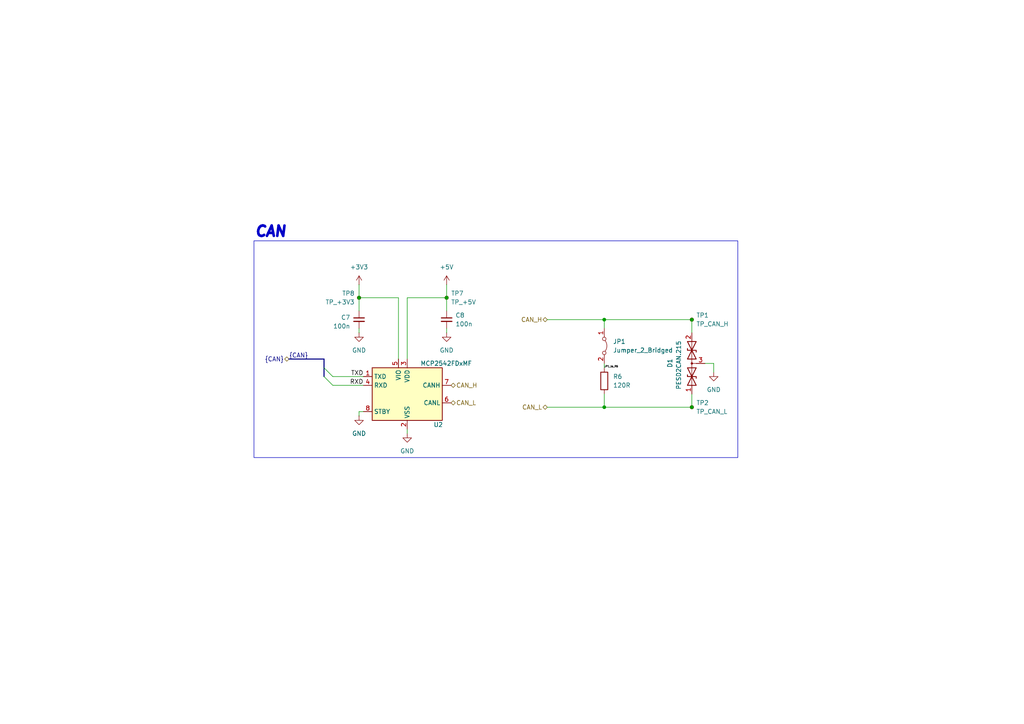
<source format=kicad_sch>
(kicad_sch (version 20231120) (generator "eeschema") (generator_version "8.0")
  (paper "A4")
  (lib_symbols
    (symbol "+5V_1" (power) (pin_numbers hide) (pin_names (offset 0) hide)
      (property "Value" "+5V" (at 0 3.556 0))
      (symbol "+5V_1_0_1"
        (polyline (pts (xy -0.762 1.27) (xy 0 2.54)))
        (polyline (pts (xy 0 0) (xy 0 2.54)))
        (polyline (pts (xy 0 2.54) (xy 0.762 1.27)))
      )
      (symbol "+5V_1_1_1"
        (pin power_in line (at 0 0 90) (length 0) (name "~") (number "1"))
      )
    )
    (symbol "BMS_LV_2022-rescue:D_TVS_x2_AAC-Device" (pin_names (offset 1.016) hide)
      (property "Reference" "D" (at 0 4.445 0))
      (property "Value" "Device_D_TVS_x2_AAC" (at 0 2.54 0))
      (symbol "D_TVS_x2_AAC-Device_0_0"
        (polyline (pts (xy 0 -1.27) (xy 0 0)))
      )
      (symbol "D_TVS_x2_AAC-Device_0_1"
        (polyline (pts (xy -6.35 0) (xy 6.35 0)))
        (polyline (pts (xy -3.302 1.27) (xy -3.81 1.27) (xy -3.81 -1.27) (xy -4.318 -1.27)) (stroke (width 0.254)))
        (polyline (pts (xy 4.318 1.27) (xy 3.81 1.27) (xy 3.81 -1.27) (xy 3.302 -1.27)) (stroke (width 0.254)))
        (polyline (pts (xy -6.35 1.27) (xy -1.27 -1.27) (xy -1.27 1.27) (xy -6.35 -1.27) (xy -6.35 1.27)) (stroke (width 0.254)))
        (polyline (pts (xy 6.35 1.27) (xy 1.27 -1.27) (xy 1.27 1.27) (xy 6.35 -1.27) (xy 6.35 1.27)) (stroke (width 0.254)))
        (circle (center 0 0) (radius 0.254) (fill (type outline)))
      )
      (symbol "D_TVS_x2_AAC-Device_1_1"
        (pin passive line (at -8.89 0 0) (length 2.54) (name "A1") (number "1"))
        (pin passive line (at 8.89 0 180) (length 2.54) (name "A2") (number "2"))
        (pin input line (at 0 -3.81 90) (length 2.54) (name "common") (number "3"))
      )
    )
    (symbol "Connector:TestPoint_Small" (pin_numbers hide) (pin_names (offset 0.762) hide)
      (property "Reference" "TP" (at 0 3.81 0))
      (property "Value" "TestPoint_Small" (at 0 2.032 0))
      (symbol "TestPoint_Small_0_1"
        (circle (center 0 0) (radius 0.508))
      )
      (symbol "TestPoint_Small_1_1"
        (pin passive line (at 0 0 90) (length 0) (name "1") (number "1"))
      )
    )
    (symbol "Device:C_Small" (pin_numbers hide) (pin_names (offset 0.254) hide)
      (property "Reference" "C" (at 0.254 1.778 0))
      (property "Value" "C_Small" (at 0.254 -2.032 0))
      (symbol "C_Small_0_1"
        (polyline (pts (xy -1.524 -0.508) (xy 1.524 -0.508)) (stroke (width 0.3302)))
        (polyline (pts (xy -1.524 0.508) (xy 1.524 0.508)) (stroke (width 0.3048)))
      )
      (symbol "C_Small_1_1"
        (pin passive line (at 0 2.54 270) (length 2.032) (name "~") (number "1"))
        (pin passive line (at 0 -2.54 90) (length 2.032) (name "~") (number "2"))
      )
    )
    (symbol "Device:R" (pin_numbers hide) (pin_names (offset 0))
      (property "Reference" "R" (at 2.032 0 90))
      (property "Value" "R" (at 0 0 90))
      (symbol "R_0_1"
        (rectangle (start -1.016 -2.54) (end 1.016 2.54) (stroke (width 0.254)))
      )
      (symbol "R_1_1"
        (pin passive line (at 0 3.81 270) (length 1.27) (name "~") (number "1"))
        (pin passive line (at 0 -3.81 90) (length 1.27) (name "~") (number "2"))
      )
    )
    (symbol "GND_1" (power) (pin_numbers hide) (pin_names (offset 0) hide)
      (property "Value" "GND" (at 0 -3.81 0))
      (symbol "GND_1_0_1"
        (polyline (pts (xy 0 0) (xy 0 -1.27) (xy 1.27 -1.27) (xy 0 -2.54) (xy -1.27 -1.27) (xy 0 -1.27)))
      )
      (symbol "GND_1_1_1"
        (pin power_in line (at 0 0 270) (length 0) (name "~") (number "1"))
      )
    )
    (symbol "Interface_CAN_LIN:MCP2542FDxMF"
      (property "Reference" "U" (at -10.16 8.89 0))
      (property "Value" "MCP2542FDxMF" (at 2.54 8.89 0))
      (symbol "MCP2542FDxMF_0_1"
        (rectangle (start -10.16 7.62) (end 10.16 -7.62) (stroke (width 0.254)) (fill (type background)))
      )
      (symbol "MCP2542FDxMF_1_1"
        (pin input line (at -12.7 5.08 0) (length 2.54) (name "TXD") (number "1"))
        (pin power_in line (at 0 -10.16 90) (length 2.54) (name "VSS") (number "2"))
        (pin power_in line (at 0 10.16 270) (length 2.54) (name "VDD") (number "3"))
        (pin output line (at -12.7 2.54 0) (length 2.54) (name "RXD") (number "4"))
        (pin power_in line (at -2.54 10.16 270) (length 2.54) (name "VIO") (number "5"))
        (pin bidirectional line (at 12.7 -2.54 180) (length 2.54) (name "CANL") (number "6"))
        (pin bidirectional line (at 12.7 2.54 180) (length 2.54) (name "CANH") (number "7"))
        (pin input line (at -12.7 -5.08 0) (length 2.54) (name "STBY") (number "8"))
        (pin passive line (at 0 -10.16 90) (length 2.54) hide (name "VSS") (number "9"))
      )
    )
    (symbol "Jumper:Jumper_2_Bridged" (pin_names (offset 0) hide)
      (property "Reference" "JP" (at 0 1.905 0))
      (property "Value" "Jumper_2_Bridged" (at 0 -2.54 0))
      (symbol "Jumper_2_Bridged_0_0"
        (circle (center -2.032 0) (radius 0.508))
        (circle (center 2.032 0) (radius 0.508))
      )
      (symbol "Jumper_2_Bridged_0_1"
        (arc (start 1.524 0.254) (mid 0 0.762) (end -1.524 0.254))
      )
      (symbol "Jumper_2_Bridged_1_1"
        (pin passive line (at -5.08 0 0) (length 2.54) (name "A") (number "1"))
        (pin passive line (at 5.08 0 180) (length 2.54) (name "B") (number "2"))
      )
    )
    (symbol "power:+3V3" (power) (pin_numbers hide) (pin_names (offset 0) hide)
      (property "Value" "+3V3" (at 0 3.556 0))
      (symbol "+3V3_0_1"
        (polyline (pts (xy -0.762 1.27) (xy 0 2.54)))
        (polyline (pts (xy 0 0) (xy 0 2.54)))
        (polyline (pts (xy 0 2.54) (xy 0.762 1.27)))
      )
      (symbol "+3V3_1_1"
        (pin power_in line (at 0 0 90) (length 0) (name "~") (number "1"))
      )
    )
  )
  (junction (at 129.54 86.36))
  (junction (at 104.14 86.36))
  (junction (at 175.26 92.71))
  (junction (at 200.66 92.71))
  (junction (at 200.66 118.11))
  (junction (at 175.26 118.11))
  (bus_entry (at 96.52 109.22) (size -2.54 -2.54))
  (bus_entry (at 96.52 111.76) (size -2.54 -2.54))
  (wire (pts (xy 104.14 82.55) (xy 104.14 86.36)))
  (wire (pts (xy 175.26 105.41) (xy 175.26 106.68)))
  (bus (pts (xy 93.98 106.68) (xy 93.98 109.22)))
  (wire (pts (xy 158.75 118.11) (xy 175.26 118.11)))
  (wire (pts (xy 175.26 92.71) (xy 200.66 92.71)))
  (wire (pts (xy 175.26 92.71) (xy 175.26 95.25)))
  (wire (pts (xy 104.14 86.36) (xy 115.57 86.36)))
  (wire (pts (xy 129.54 82.55) (xy 129.54 86.36)))
  (wire (pts (xy 175.26 118.11) (xy 200.66 118.11)))
  (wire (pts (xy 207.01 105.41) (xy 204.47 105.41)))
  (wire (pts (xy 200.66 92.71) (xy 200.66 96.52)))
  (wire (pts (xy 118.11 86.36) (xy 129.54 86.36)))
  (wire (pts (xy 104.14 95.25) (xy 104.14 96.52)))
  (wire (pts (xy 104.14 90.17) (xy 104.14 86.36)))
  (wire (pts (xy 129.54 96.52) (xy 129.54 95.25)))
  (wire (pts (xy 200.66 114.3) (xy 200.66 118.11)))
  (wire (pts (xy 96.52 109.22) (xy 105.41 109.22)))
  (wire (pts (xy 118.11 124.46) (xy 118.11 125.73)))
  (wire (pts (xy 104.14 119.38) (xy 105.41 119.38)))
  (wire (pts (xy 175.26 114.3) (xy 175.26 118.11)))
  (wire (pts (xy 96.52 111.76) (xy 105.41 111.76)))
  (wire (pts (xy 129.54 86.36) (xy 129.54 90.17)))
  (bus (pts (xy 93.98 104.14) (xy 83.82 104.14)))
  (wire (pts (xy 115.57 86.36) (xy 115.57 104.14)))
  (wire (pts (xy 207.01 107.95) (xy 207.01 105.41)))
  (wire (pts (xy 118.11 86.36) (xy 118.11 104.14)))
  (bus (pts (xy 93.98 104.14) (xy 93.98 106.68)))
  (wire (pts (xy 104.14 120.65) (xy 104.14 119.38)))
  (wire (pts (xy 158.75 92.71) (xy 175.26 92.71)))
  (rectangle (start 73.66 69.85) (end 213.995 132.715))
  (text "CAN" (at 73.66 67.31 0) (effects (font (size 3 3) (thickness 2) (bold yes) (italic yes)) (justify left)))
  (label "RXD" (at 105.41 111.76 180))
  (label "JP1_to_R6" (at 175.26 106.68 0) (effects (font (size 0.508 0.508))))
  (label "TXD" (at 105.41 109.22 180))
  (label "{CAN}" (at 83.82 104.14 0))
  (hierarchical_label "CAN_L" (shape bidirectional) (at 130.81 116.84 0))
  (hierarchical_label "{CAN}" (shape bidirectional) (at 83.82 104.14 180))
  (hierarchical_label "CAN_H" (shape bidirectional) (at 130.81 111.76 0))
  (hierarchical_label "CAN_L" (shape bidirectional) (at 158.75 118.11 180))
  (hierarchical_label "CAN_H" (shape bidirectional) (at 158.75 92.71 180))
  (symbol (lib_name "GND_1") (lib_id "power:GND") (at 104.14 120.65 0) (unit 1)
    (property "Reference" "#PWR028" (effects (hide yes)))
    (property "Value" "GND" (at 104.14 125.73 0))
    (property "Description" "Power symbol creates a global label with name \"GND\" , ground" (effects (hide yes)))
  )
  (symbol (lib_id "Device:R") (at 175.26 110.49 0) (unit 1)
    (property "Reference" "R6" (at 177.8 109.2199 0) (effects (justify left)))
    (property "Value" "120R" (at 177.8 111.7599 0) (effects (justify left)))
    (property "Footprint" "Resistor_SMD:R_0603_1608Metric_Pad0.98x0.95mm_HandSolder" (effects (hide yes)))
    (property "Datasheet" "https://www.rohm.com/datasheet?p=SFR03EZPJ&dist=Mouser&media=referral&source=mouser.com&campaign=Mouser" (effects (hide yes)))
    (property "m" "RK73H1JTTD1200F" (effects (hide yes)))
    (property "Mouser Price/Stock" "https://www.mouser.pl/ProductDetail/ROHM-Semiconductor/SFR03EZPJ121?qs=sGAEpiMZZMtlubZbdhIBIONtIqra%2FA5Y7zXrig9MQT8%3D" (effects (hide yes)))
  )
  (symbol (lib_id "power:+3V3") (at 104.14 82.55 0) (unit 1)
    (property "Reference" "#PWR014" (effects (hide yes)))
    (property "Value" "+3V3" (at 104.14 77.47 0))
    (property "Description" "Power symbol creates a global label with name \"+3V3\"" (effects (hide yes)))
  )
  (symbol (lib_name "GND_1") (lib_id "power:GND") (at 118.11 125.73 0) (unit 1)
    (property "Reference" "#PWR013" (effects (hide yes)))
    (property "Value" "GND" (at 118.11 130.81 0))
    (property "Description" "Power symbol creates a global label with name \"GND\" , ground" (effects (hide yes)))
  )
  (symbol (lib_id "Connector:TestPoint_Small") (at 200.66 118.11 0) (unit 1)
    (property "Reference" "TP2" (at 201.93 116.8399 0) (effects (justify left)))
    (property "Value" "TP_CAN_L" (at 201.93 119.3799 0) (effects (justify left)))
    (property "Footprint" "TestPoint:TestPoint_Pad_1.0x1.0mm" (effects (hide yes)))
    (property "Description" "test point" (effects (hide yes)))
  )
  (symbol (lib_id "Connector:TestPoint_Small") (at 104.14 86.36 0) (mirror x) (unit 1)
    (property "Reference" "TP8" (at 102.87 85.0899 0) (effects (justify right)))
    (property "Value" "TP_+3V3" (at 102.87 87.6299 0) (effects (justify right)))
    (property "Footprint" "TestPoint:TestPoint_Pad_1.0x1.0mm" (effects (hide yes)))
    (property "Description" "test point" (effects (hide yes)))
  )
  (symbol (lib_id "Jumper:Jumper_2_Bridged") (at 175.26 100.33 270) (unit 1)
    (property "Reference" "JP1" (at 177.8 99.06 90) (effects (justify left)))
    (property "Value" "Jumper_2_Bridged" (at 177.8 101.6 90) (effects (justify left)))
    (property "Footprint" "Connector_PinHeader_2.54mm:PinHeader_1x02_P2.54mm_Vertical" (effects (hide yes)))
  )
  (symbol (lib_name "GND_1") (lib_id "power:GND") (at 129.54 96.52 0) (unit 1)
    (property "Reference" "#PWR016" (effects (hide yes)))
    (property "Value" "GND" (at 129.54 101.6 0))
    (property "Description" "Power symbol creates a global label with name \"GND\" , ground" (effects (hide yes)))
  )
  (symbol (lib_id "Device:C_Small") (at 104.14 92.71 0) (mirror y) (unit 1)
    (property "Reference" "C7" (at 101.6 92.0813 0) (effects (justify left)))
    (property "Value" "100n" (at 101.6 94.6213 0) (effects (justify left)))
    (property "Footprint" "Capacitor_SMD:C_0603_1608Metric_Pad1.08x0.95mm_HandSolder" (effects (hide yes)))
    (property "Datasheet" "https://www.mouser.pl/datasheet/2/447/KEM_C1002_X7R_SMD-3316098.pdf" (effects (hide yes)))
    (property "Mouser Price/Stock" "https://www.mouser.pl/ProductDetail/KEMET/C0603C104J5RACTM?qs=JHaSZE6YWYWxKFeO4jSa6A%3D%3D" (effects (hide yes)))
  )
  (symbol (lib_id "Connector:TestPoint_Small") (at 129.54 86.36 180) (unit 1)
    (property "Reference" "TP7" (at 130.81 85.0899 0) (effects (justify right)))
    (property "Value" "TP_+5V" (at 130.81 87.6299 0) (effects (justify right)))
    (property "Footprint" "TestPoint:TestPoint_Pad_1.0x1.0mm" (effects (hide yes)))
    (property "Description" "test point" (effects (hide yes)))
  )
  (symbol (lib_id "Interface_CAN_LIN:MCP2542FDxMF") (at 118.11 114.3 0) (unit 1)
    (property "Reference" "U2" (at 125.73 123.19 0) (effects (justify left)))
    (property "Value" "MCP2542FDxMF" (at 121.92 105.41 0) (effects (justify left)))
    (property "Footprint" "Package_DFN_QFN:DFN-8-1EP_3x3mm_P0.65mm_EP1.55x2.4mm" (effects (hide yes)))
    (property "Datasheet" "http://ww1.microchip.com/downloads/en/DeviceDoc/MCP2542FD-4FD-MCP2542WFD-4WFD-Data-Sheet20005514B.pdf" (effects (hide yes)))
    (property "Mouser Price/Stock" "https://www.mouser.pl/ProductDetail/Microchip-Technology/MCP2542FDT-H-MF?qs=qdgZG5p0FZ4SFwsOvrAdQg%3D%3D" (effects (hide yes)))
  )
  (symbol (lib_id "Connector:TestPoint_Small") (at 200.66 92.71 0) (unit 1)
    (property "Reference" "TP1" (at 201.93 91.4399 0) (effects (justify left)))
    (property "Value" "TP_CAN_H" (at 201.93 93.9799 0) (effects (justify left)))
    (property "Footprint" "TestPoint:TestPoint_Pad_1.0x1.0mm" (effects (hide yes)))
    (property "Description" "test point" (effects (hide yes)))
  )
  (symbol (lib_id "BMS_LV_2022-rescue:D_TVS_x2_AAC-Device") (at 200.66 105.41 90) (unit 1)
    (property "Reference" "D1" (at 194.31 106.68 0) (effects (justify left)))
    (property "Value" "PESD2CAN.215" (at 196.85 113.03 0) (effects (justify left)))
    (property "Footprint" "Package_TO_SOT_SMD:SOT-23" (effects (hide yes)))
    (property "Datasheet" "https://assets.nexperia.com/documents/data-sheet/PESD2CAN.pdf" (effects (hide yes)))
    (property "Mouser Price/Stock" "https://www.mouser.pl/ProductDetail/Nexperia/PESD2CAN215?qs=LOCUfHb8d9sqg7TaLUP2JQ%3D%3D" (effects (hide yes)))
  )
  (symbol (lib_name "+5V_1") (lib_id "power:+5V") (at 129.54 82.55 0) (unit 1)
    (property "Reference" "#PWR018" (effects (hide yes)))
    (property "Value" "+5V" (at 129.54 77.47 0))
    (property "Description" "Power symbol creates a global label with name \"+5V\"" (effects (hide yes)))
  )
  (symbol (lib_id "Device:C_Small") (at 129.54 92.71 0) (unit 1)
    (property "Reference" "C8" (at 132.08 91.4462 0) (effects (justify left)))
    (property "Value" "100n" (at 132.08 93.9862 0) (effects (justify left)))
    (property "Footprint" "Capacitor_SMD:C_0603_1608Metric_Pad1.08x0.95mm_HandSolder" (effects (hide yes)))
    (property "Datasheet" "https://www.mouser.pl/datasheet/2/447/KEM_C1002_X7R_SMD-3316098.pdf" (effects (hide yes)))
    (property "Mouser Price/Stock" "https://www.mouser.pl/ProductDetail/KEMET/C0603C104J5RACTM?qs=JHaSZE6YWYWxKFeO4jSa6A%3D%3D" (effects (hide yes)))
  )
  (symbol (lib_name "GND_1") (lib_id "power:GND") (at 104.14 96.52 0) (unit 1)
    (property "Reference" "#PWR012" (effects (hide yes)))
    (property "Value" "GND" (at 104.14 101.6 0))
    (property "Description" "Power symbol creates a global label with name \"GND\" , ground" (effects (hide yes)))
  )
  (symbol (lib_name "GND_1") (lib_id "power:GND") (at 207.01 107.95 0) (unit 1)
    (property "Reference" "#PWR017" (effects (hide yes)))
    (property "Value" "GND" (at 207.01 113.03 0))
    (property "Description" "Power symbol creates a global label with name \"GND\" , ground" (effects (hide yes)))
  )
)
</source>
